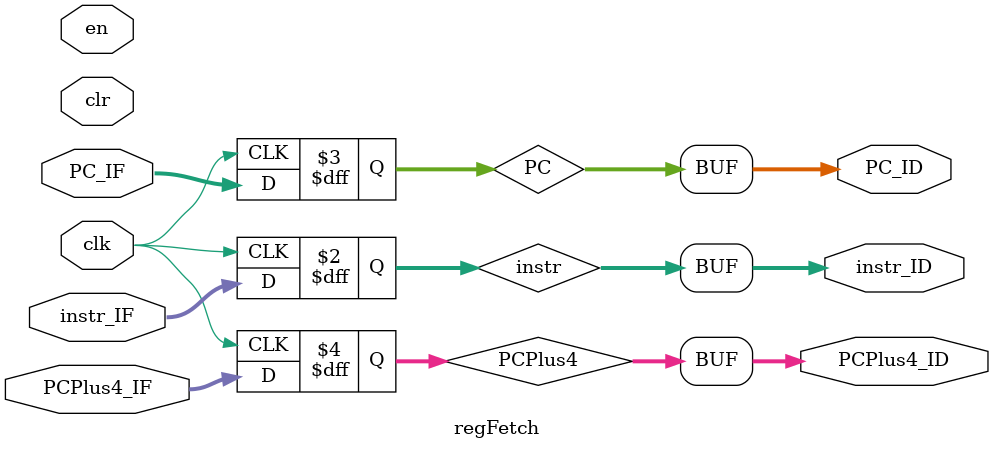
<source format=v>
module regFetch (
    input              clk,
    input              en,
    input              clr,
    input       [31:0] instr_IF,
    input       [31:0] PC_IF,
    input       [31:0] PCPlus4_IF,
    output wire [31:0] instr_ID,
    output wire [31:0] PC_ID,
    output wire [31:0] PCPlus4_ID
);

reg [31:0] instr;
reg [31:0] PC;
reg [31:0] PCPlus4;

always @(posedge clk) begin
    instr   <= instr_IF;
    PC      <= PC_IF;
    PCPlus4 <= PCPlus4_IF;
end

assign instr_ID     = instr;
assign PC_ID        = PC;
assign PCPlus4_ID   = PCPlus4;

endmodule
</source>
